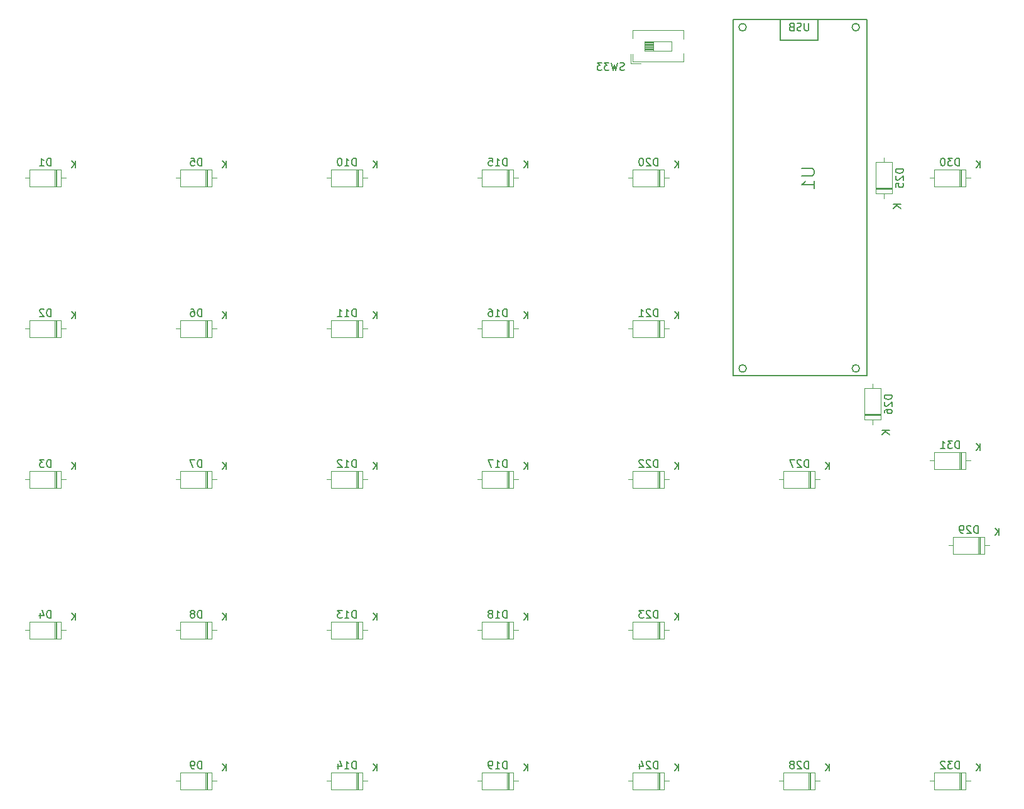
<source format=gbo>
G04 #@! TF.GenerationSoftware,KiCad,Pcbnew,(5.1.0)-1*
G04 #@! TF.CreationDate,2019-04-07T23:14:06+02:00*
G04 #@! TF.ProjectId,ModuleB,4d6f6475-6c65-4422-9e6b-696361645f70,v01*
G04 #@! TF.SameCoordinates,Original*
G04 #@! TF.FileFunction,Legend,Bot*
G04 #@! TF.FilePolarity,Positive*
%FSLAX46Y46*%
G04 Gerber Fmt 4.6, Leading zero omitted, Abs format (unit mm)*
G04 Created by KiCad (PCBNEW (5.1.0)-1) date 2019-04-07 23:14:06*
%MOMM*%
%LPD*%
G04 APERTURE LIST*
%ADD10C,0.120000*%
%ADD11C,0.150000*%
G04 APERTURE END LIST*
D10*
X113696667Y-28575000D02*
X113696667Y-27305000D01*
X112490000Y-27375000D02*
X113696667Y-27375000D01*
X112490000Y-27495000D02*
X113696667Y-27495000D01*
X112490000Y-27615000D02*
X113696667Y-27615000D01*
X112490000Y-27735000D02*
X113696667Y-27735000D01*
X112490000Y-27855000D02*
X113696667Y-27855000D01*
X112490000Y-27975000D02*
X113696667Y-27975000D01*
X112490000Y-28095000D02*
X113696667Y-28095000D01*
X112490000Y-28215000D02*
X113696667Y-28215000D01*
X112490000Y-28335000D02*
X113696667Y-28335000D01*
X112490000Y-28455000D02*
X113696667Y-28455000D01*
X116110000Y-28575000D02*
X112490000Y-28575000D01*
X116110000Y-27305000D02*
X116110000Y-28575000D01*
X112490000Y-27305000D02*
X116110000Y-27305000D01*
X112490000Y-28575000D02*
X112490000Y-27305000D01*
X110650000Y-30290000D02*
X110650000Y-28980000D01*
X110650000Y-30290000D02*
X112033000Y-30290000D01*
X117711000Y-26950000D02*
X117711000Y-25830000D01*
X117711000Y-30050000D02*
X117711000Y-28930000D01*
X110890000Y-26900000D02*
X110890000Y-25830000D01*
X110890000Y-30050000D02*
X110890000Y-28980000D01*
X110890000Y-25830000D02*
X117711000Y-25830000D01*
X110890000Y-30050000D02*
X117711000Y-30050000D01*
X33870000Y-44600000D02*
X33870000Y-46840000D01*
X33870000Y-46840000D02*
X29630000Y-46840000D01*
X29630000Y-46840000D02*
X29630000Y-44600000D01*
X29630000Y-44600000D02*
X33870000Y-44600000D01*
X34520000Y-45720000D02*
X33870000Y-45720000D01*
X28980000Y-45720000D02*
X29630000Y-45720000D01*
X33150000Y-44600000D02*
X33150000Y-46840000D01*
X33030000Y-44600000D02*
X33030000Y-46840000D01*
X33270000Y-44600000D02*
X33270000Y-46840000D01*
X33270000Y-64920000D02*
X33270000Y-67160000D01*
X33030000Y-64920000D02*
X33030000Y-67160000D01*
X33150000Y-64920000D02*
X33150000Y-67160000D01*
X28980000Y-66040000D02*
X29630000Y-66040000D01*
X34520000Y-66040000D02*
X33870000Y-66040000D01*
X29630000Y-64920000D02*
X33870000Y-64920000D01*
X29630000Y-67160000D02*
X29630000Y-64920000D01*
X33870000Y-67160000D02*
X29630000Y-67160000D01*
X33870000Y-64920000D02*
X33870000Y-67160000D01*
X33870000Y-85240000D02*
X33870000Y-87480000D01*
X33870000Y-87480000D02*
X29630000Y-87480000D01*
X29630000Y-87480000D02*
X29630000Y-85240000D01*
X29630000Y-85240000D02*
X33870000Y-85240000D01*
X34520000Y-86360000D02*
X33870000Y-86360000D01*
X28980000Y-86360000D02*
X29630000Y-86360000D01*
X33150000Y-85240000D02*
X33150000Y-87480000D01*
X33030000Y-85240000D02*
X33030000Y-87480000D01*
X33270000Y-85240000D02*
X33270000Y-87480000D01*
X33870000Y-105560000D02*
X33870000Y-107800000D01*
X33870000Y-107800000D02*
X29630000Y-107800000D01*
X29630000Y-107800000D02*
X29630000Y-105560000D01*
X29630000Y-105560000D02*
X33870000Y-105560000D01*
X34520000Y-106680000D02*
X33870000Y-106680000D01*
X28980000Y-106680000D02*
X29630000Y-106680000D01*
X33150000Y-105560000D02*
X33150000Y-107800000D01*
X33030000Y-105560000D02*
X33030000Y-107800000D01*
X33270000Y-105560000D02*
X33270000Y-107800000D01*
X53590000Y-44600000D02*
X53590000Y-46840000D01*
X53350000Y-44600000D02*
X53350000Y-46840000D01*
X53470000Y-44600000D02*
X53470000Y-46840000D01*
X49300000Y-45720000D02*
X49950000Y-45720000D01*
X54840000Y-45720000D02*
X54190000Y-45720000D01*
X49950000Y-44600000D02*
X54190000Y-44600000D01*
X49950000Y-46840000D02*
X49950000Y-44600000D01*
X54190000Y-46840000D02*
X49950000Y-46840000D01*
X54190000Y-44600000D02*
X54190000Y-46840000D01*
X54190000Y-64920000D02*
X54190000Y-67160000D01*
X54190000Y-67160000D02*
X49950000Y-67160000D01*
X49950000Y-67160000D02*
X49950000Y-64920000D01*
X49950000Y-64920000D02*
X54190000Y-64920000D01*
X54840000Y-66040000D02*
X54190000Y-66040000D01*
X49300000Y-66040000D02*
X49950000Y-66040000D01*
X53470000Y-64920000D02*
X53470000Y-67160000D01*
X53350000Y-64920000D02*
X53350000Y-67160000D01*
X53590000Y-64920000D02*
X53590000Y-67160000D01*
X53590000Y-85240000D02*
X53590000Y-87480000D01*
X53350000Y-85240000D02*
X53350000Y-87480000D01*
X53470000Y-85240000D02*
X53470000Y-87480000D01*
X49300000Y-86360000D02*
X49950000Y-86360000D01*
X54840000Y-86360000D02*
X54190000Y-86360000D01*
X49950000Y-85240000D02*
X54190000Y-85240000D01*
X49950000Y-87480000D02*
X49950000Y-85240000D01*
X54190000Y-87480000D02*
X49950000Y-87480000D01*
X54190000Y-85240000D02*
X54190000Y-87480000D01*
X54190000Y-105560000D02*
X54190000Y-107800000D01*
X54190000Y-107800000D02*
X49950000Y-107800000D01*
X49950000Y-107800000D02*
X49950000Y-105560000D01*
X49950000Y-105560000D02*
X54190000Y-105560000D01*
X54840000Y-106680000D02*
X54190000Y-106680000D01*
X49300000Y-106680000D02*
X49950000Y-106680000D01*
X53470000Y-105560000D02*
X53470000Y-107800000D01*
X53350000Y-105560000D02*
X53350000Y-107800000D01*
X53590000Y-105560000D02*
X53590000Y-107800000D01*
X53590000Y-125880000D02*
X53590000Y-128120000D01*
X53350000Y-125880000D02*
X53350000Y-128120000D01*
X53470000Y-125880000D02*
X53470000Y-128120000D01*
X49300000Y-127000000D02*
X49950000Y-127000000D01*
X54840000Y-127000000D02*
X54190000Y-127000000D01*
X49950000Y-125880000D02*
X54190000Y-125880000D01*
X49950000Y-128120000D02*
X49950000Y-125880000D01*
X54190000Y-128120000D02*
X49950000Y-128120000D01*
X54190000Y-125880000D02*
X54190000Y-128120000D01*
X73910000Y-44600000D02*
X73910000Y-46840000D01*
X73670000Y-44600000D02*
X73670000Y-46840000D01*
X73790000Y-44600000D02*
X73790000Y-46840000D01*
X69620000Y-45720000D02*
X70270000Y-45720000D01*
X75160000Y-45720000D02*
X74510000Y-45720000D01*
X70270000Y-44600000D02*
X74510000Y-44600000D01*
X70270000Y-46840000D02*
X70270000Y-44600000D01*
X74510000Y-46840000D02*
X70270000Y-46840000D01*
X74510000Y-44600000D02*
X74510000Y-46840000D01*
X74510000Y-64920000D02*
X74510000Y-67160000D01*
X74510000Y-67160000D02*
X70270000Y-67160000D01*
X70270000Y-67160000D02*
X70270000Y-64920000D01*
X70270000Y-64920000D02*
X74510000Y-64920000D01*
X75160000Y-66040000D02*
X74510000Y-66040000D01*
X69620000Y-66040000D02*
X70270000Y-66040000D01*
X73790000Y-64920000D02*
X73790000Y-67160000D01*
X73670000Y-64920000D02*
X73670000Y-67160000D01*
X73910000Y-64920000D02*
X73910000Y-67160000D01*
X73910000Y-85240000D02*
X73910000Y-87480000D01*
X73670000Y-85240000D02*
X73670000Y-87480000D01*
X73790000Y-85240000D02*
X73790000Y-87480000D01*
X69620000Y-86360000D02*
X70270000Y-86360000D01*
X75160000Y-86360000D02*
X74510000Y-86360000D01*
X70270000Y-85240000D02*
X74510000Y-85240000D01*
X70270000Y-87480000D02*
X70270000Y-85240000D01*
X74510000Y-87480000D02*
X70270000Y-87480000D01*
X74510000Y-85240000D02*
X74510000Y-87480000D01*
X73910000Y-105560000D02*
X73910000Y-107800000D01*
X73670000Y-105560000D02*
X73670000Y-107800000D01*
X73790000Y-105560000D02*
X73790000Y-107800000D01*
X69620000Y-106680000D02*
X70270000Y-106680000D01*
X75160000Y-106680000D02*
X74510000Y-106680000D01*
X70270000Y-105560000D02*
X74510000Y-105560000D01*
X70270000Y-107800000D02*
X70270000Y-105560000D01*
X74510000Y-107800000D02*
X70270000Y-107800000D01*
X74510000Y-105560000D02*
X74510000Y-107800000D01*
X74510000Y-125880000D02*
X74510000Y-128120000D01*
X74510000Y-128120000D02*
X70270000Y-128120000D01*
X70270000Y-128120000D02*
X70270000Y-125880000D01*
X70270000Y-125880000D02*
X74510000Y-125880000D01*
X75160000Y-127000000D02*
X74510000Y-127000000D01*
X69620000Y-127000000D02*
X70270000Y-127000000D01*
X73790000Y-125880000D02*
X73790000Y-128120000D01*
X73670000Y-125880000D02*
X73670000Y-128120000D01*
X73910000Y-125880000D02*
X73910000Y-128120000D01*
X94830000Y-44600000D02*
X94830000Y-46840000D01*
X94830000Y-46840000D02*
X90590000Y-46840000D01*
X90590000Y-46840000D02*
X90590000Y-44600000D01*
X90590000Y-44600000D02*
X94830000Y-44600000D01*
X95480000Y-45720000D02*
X94830000Y-45720000D01*
X89940000Y-45720000D02*
X90590000Y-45720000D01*
X94110000Y-44600000D02*
X94110000Y-46840000D01*
X93990000Y-44600000D02*
X93990000Y-46840000D01*
X94230000Y-44600000D02*
X94230000Y-46840000D01*
X94830000Y-64920000D02*
X94830000Y-67160000D01*
X94830000Y-67160000D02*
X90590000Y-67160000D01*
X90590000Y-67160000D02*
X90590000Y-64920000D01*
X90590000Y-64920000D02*
X94830000Y-64920000D01*
X95480000Y-66040000D02*
X94830000Y-66040000D01*
X89940000Y-66040000D02*
X90590000Y-66040000D01*
X94110000Y-64920000D02*
X94110000Y-67160000D01*
X93990000Y-64920000D02*
X93990000Y-67160000D01*
X94230000Y-64920000D02*
X94230000Y-67160000D01*
X94230000Y-85240000D02*
X94230000Y-87480000D01*
X93990000Y-85240000D02*
X93990000Y-87480000D01*
X94110000Y-85240000D02*
X94110000Y-87480000D01*
X89940000Y-86360000D02*
X90590000Y-86360000D01*
X95480000Y-86360000D02*
X94830000Y-86360000D01*
X90590000Y-85240000D02*
X94830000Y-85240000D01*
X90590000Y-87480000D02*
X90590000Y-85240000D01*
X94830000Y-87480000D02*
X90590000Y-87480000D01*
X94830000Y-85240000D02*
X94830000Y-87480000D01*
X94830000Y-105560000D02*
X94830000Y-107800000D01*
X94830000Y-107800000D02*
X90590000Y-107800000D01*
X90590000Y-107800000D02*
X90590000Y-105560000D01*
X90590000Y-105560000D02*
X94830000Y-105560000D01*
X95480000Y-106680000D02*
X94830000Y-106680000D01*
X89940000Y-106680000D02*
X90590000Y-106680000D01*
X94110000Y-105560000D02*
X94110000Y-107800000D01*
X93990000Y-105560000D02*
X93990000Y-107800000D01*
X94230000Y-105560000D02*
X94230000Y-107800000D01*
X94230000Y-125880000D02*
X94230000Y-128120000D01*
X93990000Y-125880000D02*
X93990000Y-128120000D01*
X94110000Y-125880000D02*
X94110000Y-128120000D01*
X89940000Y-127000000D02*
X90590000Y-127000000D01*
X95480000Y-127000000D02*
X94830000Y-127000000D01*
X90590000Y-125880000D02*
X94830000Y-125880000D01*
X90590000Y-128120000D02*
X90590000Y-125880000D01*
X94830000Y-128120000D02*
X90590000Y-128120000D01*
X94830000Y-125880000D02*
X94830000Y-128120000D01*
X114550000Y-44600000D02*
X114550000Y-46840000D01*
X114310000Y-44600000D02*
X114310000Y-46840000D01*
X114430000Y-44600000D02*
X114430000Y-46840000D01*
X110260000Y-45720000D02*
X110910000Y-45720000D01*
X115800000Y-45720000D02*
X115150000Y-45720000D01*
X110910000Y-44600000D02*
X115150000Y-44600000D01*
X110910000Y-46840000D02*
X110910000Y-44600000D01*
X115150000Y-46840000D02*
X110910000Y-46840000D01*
X115150000Y-44600000D02*
X115150000Y-46840000D01*
X114550000Y-64920000D02*
X114550000Y-67160000D01*
X114310000Y-64920000D02*
X114310000Y-67160000D01*
X114430000Y-64920000D02*
X114430000Y-67160000D01*
X110260000Y-66040000D02*
X110910000Y-66040000D01*
X115800000Y-66040000D02*
X115150000Y-66040000D01*
X110910000Y-64920000D02*
X115150000Y-64920000D01*
X110910000Y-67160000D02*
X110910000Y-64920000D01*
X115150000Y-67160000D02*
X110910000Y-67160000D01*
X115150000Y-64920000D02*
X115150000Y-67160000D01*
X115150000Y-85240000D02*
X115150000Y-87480000D01*
X115150000Y-87480000D02*
X110910000Y-87480000D01*
X110910000Y-87480000D02*
X110910000Y-85240000D01*
X110910000Y-85240000D02*
X115150000Y-85240000D01*
X115800000Y-86360000D02*
X115150000Y-86360000D01*
X110260000Y-86360000D02*
X110910000Y-86360000D01*
X114430000Y-85240000D02*
X114430000Y-87480000D01*
X114310000Y-85240000D02*
X114310000Y-87480000D01*
X114550000Y-85240000D02*
X114550000Y-87480000D01*
X114550000Y-105560000D02*
X114550000Y-107800000D01*
X114310000Y-105560000D02*
X114310000Y-107800000D01*
X114430000Y-105560000D02*
X114430000Y-107800000D01*
X110260000Y-106680000D02*
X110910000Y-106680000D01*
X115800000Y-106680000D02*
X115150000Y-106680000D01*
X110910000Y-105560000D02*
X115150000Y-105560000D01*
X110910000Y-107800000D02*
X110910000Y-105560000D01*
X115150000Y-107800000D02*
X110910000Y-107800000D01*
X115150000Y-105560000D02*
X115150000Y-107800000D01*
X115150000Y-125880000D02*
X115150000Y-128120000D01*
X115150000Y-128120000D02*
X110910000Y-128120000D01*
X110910000Y-128120000D02*
X110910000Y-125880000D01*
X110910000Y-125880000D02*
X115150000Y-125880000D01*
X115800000Y-127000000D02*
X115150000Y-127000000D01*
X110260000Y-127000000D02*
X110910000Y-127000000D01*
X114430000Y-125880000D02*
X114430000Y-128120000D01*
X114310000Y-125880000D02*
X114310000Y-128120000D01*
X114550000Y-125880000D02*
X114550000Y-128120000D01*
X145900000Y-47840000D02*
X143660000Y-47840000D01*
X143660000Y-47840000D02*
X143660000Y-43600000D01*
X143660000Y-43600000D02*
X145900000Y-43600000D01*
X145900000Y-43600000D02*
X145900000Y-47840000D01*
X144780000Y-48490000D02*
X144780000Y-47840000D01*
X144780000Y-42950000D02*
X144780000Y-43600000D01*
X145900000Y-47120000D02*
X143660000Y-47120000D01*
X145900000Y-47000000D02*
X143660000Y-47000000D01*
X145900000Y-47240000D02*
X143660000Y-47240000D01*
X144376000Y-77720000D02*
X142136000Y-77720000D01*
X144376000Y-77480000D02*
X142136000Y-77480000D01*
X144376000Y-77600000D02*
X142136000Y-77600000D01*
X143256000Y-73430000D02*
X143256000Y-74080000D01*
X143256000Y-78970000D02*
X143256000Y-78320000D01*
X144376000Y-74080000D02*
X144376000Y-78320000D01*
X142136000Y-74080000D02*
X144376000Y-74080000D01*
X142136000Y-78320000D02*
X142136000Y-74080000D01*
X144376000Y-78320000D02*
X142136000Y-78320000D01*
X135470000Y-85240000D02*
X135470000Y-87480000D01*
X135470000Y-87480000D02*
X131230000Y-87480000D01*
X131230000Y-87480000D02*
X131230000Y-85240000D01*
X131230000Y-85240000D02*
X135470000Y-85240000D01*
X136120000Y-86360000D02*
X135470000Y-86360000D01*
X130580000Y-86360000D02*
X131230000Y-86360000D01*
X134750000Y-85240000D02*
X134750000Y-87480000D01*
X134630000Y-85240000D02*
X134630000Y-87480000D01*
X134870000Y-85240000D02*
X134870000Y-87480000D01*
X134870000Y-125880000D02*
X134870000Y-128120000D01*
X134630000Y-125880000D02*
X134630000Y-128120000D01*
X134750000Y-125880000D02*
X134750000Y-128120000D01*
X130580000Y-127000000D02*
X131230000Y-127000000D01*
X136120000Y-127000000D02*
X135470000Y-127000000D01*
X131230000Y-125880000D02*
X135470000Y-125880000D01*
X131230000Y-128120000D02*
X131230000Y-125880000D01*
X135470000Y-128120000D02*
X131230000Y-128120000D01*
X135470000Y-125880000D02*
X135470000Y-128120000D01*
X157730000Y-94130000D02*
X157730000Y-96370000D01*
X157490000Y-94130000D02*
X157490000Y-96370000D01*
X157610000Y-94130000D02*
X157610000Y-96370000D01*
X153440000Y-95250000D02*
X154090000Y-95250000D01*
X158980000Y-95250000D02*
X158330000Y-95250000D01*
X154090000Y-94130000D02*
X158330000Y-94130000D01*
X154090000Y-96370000D02*
X154090000Y-94130000D01*
X158330000Y-96370000D02*
X154090000Y-96370000D01*
X158330000Y-94130000D02*
X158330000Y-96370000D01*
X155790000Y-44600000D02*
X155790000Y-46840000D01*
X155790000Y-46840000D02*
X151550000Y-46840000D01*
X151550000Y-46840000D02*
X151550000Y-44600000D01*
X151550000Y-44600000D02*
X155790000Y-44600000D01*
X156440000Y-45720000D02*
X155790000Y-45720000D01*
X150900000Y-45720000D02*
X151550000Y-45720000D01*
X155070000Y-44600000D02*
X155070000Y-46840000D01*
X154950000Y-44600000D02*
X154950000Y-46840000D01*
X155190000Y-44600000D02*
X155190000Y-46840000D01*
X155190000Y-82700000D02*
X155190000Y-84940000D01*
X154950000Y-82700000D02*
X154950000Y-84940000D01*
X155070000Y-82700000D02*
X155070000Y-84940000D01*
X150900000Y-83820000D02*
X151550000Y-83820000D01*
X156440000Y-83820000D02*
X155790000Y-83820000D01*
X151550000Y-82700000D02*
X155790000Y-82700000D01*
X151550000Y-84940000D02*
X151550000Y-82700000D01*
X155790000Y-84940000D02*
X151550000Y-84940000D01*
X155790000Y-82700000D02*
X155790000Y-84940000D01*
X155790000Y-125880000D02*
X155790000Y-128120000D01*
X155790000Y-128120000D02*
X151550000Y-128120000D01*
X151550000Y-128120000D02*
X151550000Y-125880000D01*
X151550000Y-125880000D02*
X155790000Y-125880000D01*
X156440000Y-127000000D02*
X155790000Y-127000000D01*
X150900000Y-127000000D02*
X151550000Y-127000000D01*
X155070000Y-125880000D02*
X155070000Y-128120000D01*
X154950000Y-125880000D02*
X154950000Y-128120000D01*
X155190000Y-125880000D02*
X155190000Y-128120000D01*
D11*
X126214000Y-71390000D02*
G75*
G03X126214000Y-71390000I-500000J0D01*
G01*
X141470000Y-71390000D02*
G75*
G03X141470000Y-71390000I-500000J0D01*
G01*
X126214000Y-25390000D02*
G75*
G03X126214000Y-25390000I-500000J0D01*
G01*
X141470000Y-25390000D02*
G75*
G03X141470000Y-25390000I-500000J0D01*
G01*
X142460000Y-72390000D02*
X142460000Y-24390000D01*
X142460000Y-24390000D02*
X124460000Y-24390000D01*
X124460000Y-24390000D02*
X124460000Y-72390000D01*
X124460000Y-72390000D02*
X142460000Y-72390000D01*
X130810000Y-24384000D02*
X130810000Y-27178000D01*
X130810000Y-27178000D02*
X135890000Y-27178000D01*
X135890000Y-27178000D02*
X135890000Y-24384000D01*
X109759523Y-31138761D02*
X109616666Y-31186380D01*
X109378571Y-31186380D01*
X109283333Y-31138761D01*
X109235714Y-31091142D01*
X109188095Y-30995904D01*
X109188095Y-30900666D01*
X109235714Y-30805428D01*
X109283333Y-30757809D01*
X109378571Y-30710190D01*
X109569047Y-30662571D01*
X109664285Y-30614952D01*
X109711904Y-30567333D01*
X109759523Y-30472095D01*
X109759523Y-30376857D01*
X109711904Y-30281619D01*
X109664285Y-30234000D01*
X109569047Y-30186380D01*
X109330952Y-30186380D01*
X109188095Y-30234000D01*
X108854761Y-30186380D02*
X108616666Y-31186380D01*
X108426190Y-30472095D01*
X108235714Y-31186380D01*
X107997619Y-30186380D01*
X107711904Y-30186380D02*
X107092857Y-30186380D01*
X107426190Y-30567333D01*
X107283333Y-30567333D01*
X107188095Y-30614952D01*
X107140476Y-30662571D01*
X107092857Y-30757809D01*
X107092857Y-30995904D01*
X107140476Y-31091142D01*
X107188095Y-31138761D01*
X107283333Y-31186380D01*
X107569047Y-31186380D01*
X107664285Y-31138761D01*
X107711904Y-31091142D01*
X106759523Y-30186380D02*
X106140476Y-30186380D01*
X106473809Y-30567333D01*
X106330952Y-30567333D01*
X106235714Y-30614952D01*
X106188095Y-30662571D01*
X106140476Y-30757809D01*
X106140476Y-30995904D01*
X106188095Y-31091142D01*
X106235714Y-31138761D01*
X106330952Y-31186380D01*
X106616666Y-31186380D01*
X106711904Y-31138761D01*
X106759523Y-31091142D01*
X32488095Y-44052380D02*
X32488095Y-43052380D01*
X32250000Y-43052380D01*
X32107142Y-43100000D01*
X32011904Y-43195238D01*
X31964285Y-43290476D01*
X31916666Y-43480952D01*
X31916666Y-43623809D01*
X31964285Y-43814285D01*
X32011904Y-43909523D01*
X32107142Y-44004761D01*
X32250000Y-44052380D01*
X32488095Y-44052380D01*
X30964285Y-44052380D02*
X31535714Y-44052380D01*
X31250000Y-44052380D02*
X31250000Y-43052380D01*
X31345238Y-43195238D01*
X31440476Y-43290476D01*
X31535714Y-43338095D01*
X35821904Y-44372380D02*
X35821904Y-43372380D01*
X35250476Y-44372380D02*
X35679047Y-43800952D01*
X35250476Y-43372380D02*
X35821904Y-43943809D01*
X32488095Y-64372380D02*
X32488095Y-63372380D01*
X32250000Y-63372380D01*
X32107142Y-63420000D01*
X32011904Y-63515238D01*
X31964285Y-63610476D01*
X31916666Y-63800952D01*
X31916666Y-63943809D01*
X31964285Y-64134285D01*
X32011904Y-64229523D01*
X32107142Y-64324761D01*
X32250000Y-64372380D01*
X32488095Y-64372380D01*
X31535714Y-63467619D02*
X31488095Y-63420000D01*
X31392857Y-63372380D01*
X31154761Y-63372380D01*
X31059523Y-63420000D01*
X31011904Y-63467619D01*
X30964285Y-63562857D01*
X30964285Y-63658095D01*
X31011904Y-63800952D01*
X31583333Y-64372380D01*
X30964285Y-64372380D01*
X35821904Y-64692380D02*
X35821904Y-63692380D01*
X35250476Y-64692380D02*
X35679047Y-64120952D01*
X35250476Y-63692380D02*
X35821904Y-64263809D01*
X32488095Y-84692380D02*
X32488095Y-83692380D01*
X32250000Y-83692380D01*
X32107142Y-83740000D01*
X32011904Y-83835238D01*
X31964285Y-83930476D01*
X31916666Y-84120952D01*
X31916666Y-84263809D01*
X31964285Y-84454285D01*
X32011904Y-84549523D01*
X32107142Y-84644761D01*
X32250000Y-84692380D01*
X32488095Y-84692380D01*
X31583333Y-83692380D02*
X30964285Y-83692380D01*
X31297619Y-84073333D01*
X31154761Y-84073333D01*
X31059523Y-84120952D01*
X31011904Y-84168571D01*
X30964285Y-84263809D01*
X30964285Y-84501904D01*
X31011904Y-84597142D01*
X31059523Y-84644761D01*
X31154761Y-84692380D01*
X31440476Y-84692380D01*
X31535714Y-84644761D01*
X31583333Y-84597142D01*
X35821904Y-85012380D02*
X35821904Y-84012380D01*
X35250476Y-85012380D02*
X35679047Y-84440952D01*
X35250476Y-84012380D02*
X35821904Y-84583809D01*
X32488095Y-105012380D02*
X32488095Y-104012380D01*
X32250000Y-104012380D01*
X32107142Y-104060000D01*
X32011904Y-104155238D01*
X31964285Y-104250476D01*
X31916666Y-104440952D01*
X31916666Y-104583809D01*
X31964285Y-104774285D01*
X32011904Y-104869523D01*
X32107142Y-104964761D01*
X32250000Y-105012380D01*
X32488095Y-105012380D01*
X31059523Y-104345714D02*
X31059523Y-105012380D01*
X31297619Y-103964761D02*
X31535714Y-104679047D01*
X30916666Y-104679047D01*
X35821904Y-105332380D02*
X35821904Y-104332380D01*
X35250476Y-105332380D02*
X35679047Y-104760952D01*
X35250476Y-104332380D02*
X35821904Y-104903809D01*
X52808095Y-44052380D02*
X52808095Y-43052380D01*
X52570000Y-43052380D01*
X52427142Y-43100000D01*
X52331904Y-43195238D01*
X52284285Y-43290476D01*
X52236666Y-43480952D01*
X52236666Y-43623809D01*
X52284285Y-43814285D01*
X52331904Y-43909523D01*
X52427142Y-44004761D01*
X52570000Y-44052380D01*
X52808095Y-44052380D01*
X51331904Y-43052380D02*
X51808095Y-43052380D01*
X51855714Y-43528571D01*
X51808095Y-43480952D01*
X51712857Y-43433333D01*
X51474761Y-43433333D01*
X51379523Y-43480952D01*
X51331904Y-43528571D01*
X51284285Y-43623809D01*
X51284285Y-43861904D01*
X51331904Y-43957142D01*
X51379523Y-44004761D01*
X51474761Y-44052380D01*
X51712857Y-44052380D01*
X51808095Y-44004761D01*
X51855714Y-43957142D01*
X56141904Y-44372380D02*
X56141904Y-43372380D01*
X55570476Y-44372380D02*
X55999047Y-43800952D01*
X55570476Y-43372380D02*
X56141904Y-43943809D01*
X52808095Y-64372380D02*
X52808095Y-63372380D01*
X52570000Y-63372380D01*
X52427142Y-63420000D01*
X52331904Y-63515238D01*
X52284285Y-63610476D01*
X52236666Y-63800952D01*
X52236666Y-63943809D01*
X52284285Y-64134285D01*
X52331904Y-64229523D01*
X52427142Y-64324761D01*
X52570000Y-64372380D01*
X52808095Y-64372380D01*
X51379523Y-63372380D02*
X51570000Y-63372380D01*
X51665238Y-63420000D01*
X51712857Y-63467619D01*
X51808095Y-63610476D01*
X51855714Y-63800952D01*
X51855714Y-64181904D01*
X51808095Y-64277142D01*
X51760476Y-64324761D01*
X51665238Y-64372380D01*
X51474761Y-64372380D01*
X51379523Y-64324761D01*
X51331904Y-64277142D01*
X51284285Y-64181904D01*
X51284285Y-63943809D01*
X51331904Y-63848571D01*
X51379523Y-63800952D01*
X51474761Y-63753333D01*
X51665238Y-63753333D01*
X51760476Y-63800952D01*
X51808095Y-63848571D01*
X51855714Y-63943809D01*
X56141904Y-64692380D02*
X56141904Y-63692380D01*
X55570476Y-64692380D02*
X55999047Y-64120952D01*
X55570476Y-63692380D02*
X56141904Y-64263809D01*
X52808095Y-84692380D02*
X52808095Y-83692380D01*
X52570000Y-83692380D01*
X52427142Y-83740000D01*
X52331904Y-83835238D01*
X52284285Y-83930476D01*
X52236666Y-84120952D01*
X52236666Y-84263809D01*
X52284285Y-84454285D01*
X52331904Y-84549523D01*
X52427142Y-84644761D01*
X52570000Y-84692380D01*
X52808095Y-84692380D01*
X51903333Y-83692380D02*
X51236666Y-83692380D01*
X51665238Y-84692380D01*
X56141904Y-85012380D02*
X56141904Y-84012380D01*
X55570476Y-85012380D02*
X55999047Y-84440952D01*
X55570476Y-84012380D02*
X56141904Y-84583809D01*
X52808095Y-105012380D02*
X52808095Y-104012380D01*
X52570000Y-104012380D01*
X52427142Y-104060000D01*
X52331904Y-104155238D01*
X52284285Y-104250476D01*
X52236666Y-104440952D01*
X52236666Y-104583809D01*
X52284285Y-104774285D01*
X52331904Y-104869523D01*
X52427142Y-104964761D01*
X52570000Y-105012380D01*
X52808095Y-105012380D01*
X51665238Y-104440952D02*
X51760476Y-104393333D01*
X51808095Y-104345714D01*
X51855714Y-104250476D01*
X51855714Y-104202857D01*
X51808095Y-104107619D01*
X51760476Y-104060000D01*
X51665238Y-104012380D01*
X51474761Y-104012380D01*
X51379523Y-104060000D01*
X51331904Y-104107619D01*
X51284285Y-104202857D01*
X51284285Y-104250476D01*
X51331904Y-104345714D01*
X51379523Y-104393333D01*
X51474761Y-104440952D01*
X51665238Y-104440952D01*
X51760476Y-104488571D01*
X51808095Y-104536190D01*
X51855714Y-104631428D01*
X51855714Y-104821904D01*
X51808095Y-104917142D01*
X51760476Y-104964761D01*
X51665238Y-105012380D01*
X51474761Y-105012380D01*
X51379523Y-104964761D01*
X51331904Y-104917142D01*
X51284285Y-104821904D01*
X51284285Y-104631428D01*
X51331904Y-104536190D01*
X51379523Y-104488571D01*
X51474761Y-104440952D01*
X56141904Y-105332380D02*
X56141904Y-104332380D01*
X55570476Y-105332380D02*
X55999047Y-104760952D01*
X55570476Y-104332380D02*
X56141904Y-104903809D01*
X52808095Y-125332380D02*
X52808095Y-124332380D01*
X52570000Y-124332380D01*
X52427142Y-124380000D01*
X52331904Y-124475238D01*
X52284285Y-124570476D01*
X52236666Y-124760952D01*
X52236666Y-124903809D01*
X52284285Y-125094285D01*
X52331904Y-125189523D01*
X52427142Y-125284761D01*
X52570000Y-125332380D01*
X52808095Y-125332380D01*
X51760476Y-125332380D02*
X51570000Y-125332380D01*
X51474761Y-125284761D01*
X51427142Y-125237142D01*
X51331904Y-125094285D01*
X51284285Y-124903809D01*
X51284285Y-124522857D01*
X51331904Y-124427619D01*
X51379523Y-124380000D01*
X51474761Y-124332380D01*
X51665238Y-124332380D01*
X51760476Y-124380000D01*
X51808095Y-124427619D01*
X51855714Y-124522857D01*
X51855714Y-124760952D01*
X51808095Y-124856190D01*
X51760476Y-124903809D01*
X51665238Y-124951428D01*
X51474761Y-124951428D01*
X51379523Y-124903809D01*
X51331904Y-124856190D01*
X51284285Y-124760952D01*
X56141904Y-125652380D02*
X56141904Y-124652380D01*
X55570476Y-125652380D02*
X55999047Y-125080952D01*
X55570476Y-124652380D02*
X56141904Y-125223809D01*
X73604285Y-44052380D02*
X73604285Y-43052380D01*
X73366190Y-43052380D01*
X73223333Y-43100000D01*
X73128095Y-43195238D01*
X73080476Y-43290476D01*
X73032857Y-43480952D01*
X73032857Y-43623809D01*
X73080476Y-43814285D01*
X73128095Y-43909523D01*
X73223333Y-44004761D01*
X73366190Y-44052380D01*
X73604285Y-44052380D01*
X72080476Y-44052380D02*
X72651904Y-44052380D01*
X72366190Y-44052380D02*
X72366190Y-43052380D01*
X72461428Y-43195238D01*
X72556666Y-43290476D01*
X72651904Y-43338095D01*
X71461428Y-43052380D02*
X71366190Y-43052380D01*
X71270952Y-43100000D01*
X71223333Y-43147619D01*
X71175714Y-43242857D01*
X71128095Y-43433333D01*
X71128095Y-43671428D01*
X71175714Y-43861904D01*
X71223333Y-43957142D01*
X71270952Y-44004761D01*
X71366190Y-44052380D01*
X71461428Y-44052380D01*
X71556666Y-44004761D01*
X71604285Y-43957142D01*
X71651904Y-43861904D01*
X71699523Y-43671428D01*
X71699523Y-43433333D01*
X71651904Y-43242857D01*
X71604285Y-43147619D01*
X71556666Y-43100000D01*
X71461428Y-43052380D01*
X76461904Y-44372380D02*
X76461904Y-43372380D01*
X75890476Y-44372380D02*
X76319047Y-43800952D01*
X75890476Y-43372380D02*
X76461904Y-43943809D01*
X73604285Y-64372380D02*
X73604285Y-63372380D01*
X73366190Y-63372380D01*
X73223333Y-63420000D01*
X73128095Y-63515238D01*
X73080476Y-63610476D01*
X73032857Y-63800952D01*
X73032857Y-63943809D01*
X73080476Y-64134285D01*
X73128095Y-64229523D01*
X73223333Y-64324761D01*
X73366190Y-64372380D01*
X73604285Y-64372380D01*
X72080476Y-64372380D02*
X72651904Y-64372380D01*
X72366190Y-64372380D02*
X72366190Y-63372380D01*
X72461428Y-63515238D01*
X72556666Y-63610476D01*
X72651904Y-63658095D01*
X71128095Y-64372380D02*
X71699523Y-64372380D01*
X71413809Y-64372380D02*
X71413809Y-63372380D01*
X71509047Y-63515238D01*
X71604285Y-63610476D01*
X71699523Y-63658095D01*
X76461904Y-64692380D02*
X76461904Y-63692380D01*
X75890476Y-64692380D02*
X76319047Y-64120952D01*
X75890476Y-63692380D02*
X76461904Y-64263809D01*
X73604285Y-84692380D02*
X73604285Y-83692380D01*
X73366190Y-83692380D01*
X73223333Y-83740000D01*
X73128095Y-83835238D01*
X73080476Y-83930476D01*
X73032857Y-84120952D01*
X73032857Y-84263809D01*
X73080476Y-84454285D01*
X73128095Y-84549523D01*
X73223333Y-84644761D01*
X73366190Y-84692380D01*
X73604285Y-84692380D01*
X72080476Y-84692380D02*
X72651904Y-84692380D01*
X72366190Y-84692380D02*
X72366190Y-83692380D01*
X72461428Y-83835238D01*
X72556666Y-83930476D01*
X72651904Y-83978095D01*
X71699523Y-83787619D02*
X71651904Y-83740000D01*
X71556666Y-83692380D01*
X71318571Y-83692380D01*
X71223333Y-83740000D01*
X71175714Y-83787619D01*
X71128095Y-83882857D01*
X71128095Y-83978095D01*
X71175714Y-84120952D01*
X71747142Y-84692380D01*
X71128095Y-84692380D01*
X76461904Y-85012380D02*
X76461904Y-84012380D01*
X75890476Y-85012380D02*
X76319047Y-84440952D01*
X75890476Y-84012380D02*
X76461904Y-84583809D01*
X73604285Y-105012380D02*
X73604285Y-104012380D01*
X73366190Y-104012380D01*
X73223333Y-104060000D01*
X73128095Y-104155238D01*
X73080476Y-104250476D01*
X73032857Y-104440952D01*
X73032857Y-104583809D01*
X73080476Y-104774285D01*
X73128095Y-104869523D01*
X73223333Y-104964761D01*
X73366190Y-105012380D01*
X73604285Y-105012380D01*
X72080476Y-105012380D02*
X72651904Y-105012380D01*
X72366190Y-105012380D02*
X72366190Y-104012380D01*
X72461428Y-104155238D01*
X72556666Y-104250476D01*
X72651904Y-104298095D01*
X71747142Y-104012380D02*
X71128095Y-104012380D01*
X71461428Y-104393333D01*
X71318571Y-104393333D01*
X71223333Y-104440952D01*
X71175714Y-104488571D01*
X71128095Y-104583809D01*
X71128095Y-104821904D01*
X71175714Y-104917142D01*
X71223333Y-104964761D01*
X71318571Y-105012380D01*
X71604285Y-105012380D01*
X71699523Y-104964761D01*
X71747142Y-104917142D01*
X76461904Y-105332380D02*
X76461904Y-104332380D01*
X75890476Y-105332380D02*
X76319047Y-104760952D01*
X75890476Y-104332380D02*
X76461904Y-104903809D01*
X73604285Y-125332380D02*
X73604285Y-124332380D01*
X73366190Y-124332380D01*
X73223333Y-124380000D01*
X73128095Y-124475238D01*
X73080476Y-124570476D01*
X73032857Y-124760952D01*
X73032857Y-124903809D01*
X73080476Y-125094285D01*
X73128095Y-125189523D01*
X73223333Y-125284761D01*
X73366190Y-125332380D01*
X73604285Y-125332380D01*
X72080476Y-125332380D02*
X72651904Y-125332380D01*
X72366190Y-125332380D02*
X72366190Y-124332380D01*
X72461428Y-124475238D01*
X72556666Y-124570476D01*
X72651904Y-124618095D01*
X71223333Y-124665714D02*
X71223333Y-125332380D01*
X71461428Y-124284761D02*
X71699523Y-124999047D01*
X71080476Y-124999047D01*
X76461904Y-125652380D02*
X76461904Y-124652380D01*
X75890476Y-125652380D02*
X76319047Y-125080952D01*
X75890476Y-124652380D02*
X76461904Y-125223809D01*
X93924285Y-44052380D02*
X93924285Y-43052380D01*
X93686190Y-43052380D01*
X93543333Y-43100000D01*
X93448095Y-43195238D01*
X93400476Y-43290476D01*
X93352857Y-43480952D01*
X93352857Y-43623809D01*
X93400476Y-43814285D01*
X93448095Y-43909523D01*
X93543333Y-44004761D01*
X93686190Y-44052380D01*
X93924285Y-44052380D01*
X92400476Y-44052380D02*
X92971904Y-44052380D01*
X92686190Y-44052380D02*
X92686190Y-43052380D01*
X92781428Y-43195238D01*
X92876666Y-43290476D01*
X92971904Y-43338095D01*
X91495714Y-43052380D02*
X91971904Y-43052380D01*
X92019523Y-43528571D01*
X91971904Y-43480952D01*
X91876666Y-43433333D01*
X91638571Y-43433333D01*
X91543333Y-43480952D01*
X91495714Y-43528571D01*
X91448095Y-43623809D01*
X91448095Y-43861904D01*
X91495714Y-43957142D01*
X91543333Y-44004761D01*
X91638571Y-44052380D01*
X91876666Y-44052380D01*
X91971904Y-44004761D01*
X92019523Y-43957142D01*
X96781904Y-44372380D02*
X96781904Y-43372380D01*
X96210476Y-44372380D02*
X96639047Y-43800952D01*
X96210476Y-43372380D02*
X96781904Y-43943809D01*
X93924285Y-64372380D02*
X93924285Y-63372380D01*
X93686190Y-63372380D01*
X93543333Y-63420000D01*
X93448095Y-63515238D01*
X93400476Y-63610476D01*
X93352857Y-63800952D01*
X93352857Y-63943809D01*
X93400476Y-64134285D01*
X93448095Y-64229523D01*
X93543333Y-64324761D01*
X93686190Y-64372380D01*
X93924285Y-64372380D01*
X92400476Y-64372380D02*
X92971904Y-64372380D01*
X92686190Y-64372380D02*
X92686190Y-63372380D01*
X92781428Y-63515238D01*
X92876666Y-63610476D01*
X92971904Y-63658095D01*
X91543333Y-63372380D02*
X91733809Y-63372380D01*
X91829047Y-63420000D01*
X91876666Y-63467619D01*
X91971904Y-63610476D01*
X92019523Y-63800952D01*
X92019523Y-64181904D01*
X91971904Y-64277142D01*
X91924285Y-64324761D01*
X91829047Y-64372380D01*
X91638571Y-64372380D01*
X91543333Y-64324761D01*
X91495714Y-64277142D01*
X91448095Y-64181904D01*
X91448095Y-63943809D01*
X91495714Y-63848571D01*
X91543333Y-63800952D01*
X91638571Y-63753333D01*
X91829047Y-63753333D01*
X91924285Y-63800952D01*
X91971904Y-63848571D01*
X92019523Y-63943809D01*
X96781904Y-64692380D02*
X96781904Y-63692380D01*
X96210476Y-64692380D02*
X96639047Y-64120952D01*
X96210476Y-63692380D02*
X96781904Y-64263809D01*
X93924285Y-84692380D02*
X93924285Y-83692380D01*
X93686190Y-83692380D01*
X93543333Y-83740000D01*
X93448095Y-83835238D01*
X93400476Y-83930476D01*
X93352857Y-84120952D01*
X93352857Y-84263809D01*
X93400476Y-84454285D01*
X93448095Y-84549523D01*
X93543333Y-84644761D01*
X93686190Y-84692380D01*
X93924285Y-84692380D01*
X92400476Y-84692380D02*
X92971904Y-84692380D01*
X92686190Y-84692380D02*
X92686190Y-83692380D01*
X92781428Y-83835238D01*
X92876666Y-83930476D01*
X92971904Y-83978095D01*
X92067142Y-83692380D02*
X91400476Y-83692380D01*
X91829047Y-84692380D01*
X96781904Y-85012380D02*
X96781904Y-84012380D01*
X96210476Y-85012380D02*
X96639047Y-84440952D01*
X96210476Y-84012380D02*
X96781904Y-84583809D01*
X93924285Y-105012380D02*
X93924285Y-104012380D01*
X93686190Y-104012380D01*
X93543333Y-104060000D01*
X93448095Y-104155238D01*
X93400476Y-104250476D01*
X93352857Y-104440952D01*
X93352857Y-104583809D01*
X93400476Y-104774285D01*
X93448095Y-104869523D01*
X93543333Y-104964761D01*
X93686190Y-105012380D01*
X93924285Y-105012380D01*
X92400476Y-105012380D02*
X92971904Y-105012380D01*
X92686190Y-105012380D02*
X92686190Y-104012380D01*
X92781428Y-104155238D01*
X92876666Y-104250476D01*
X92971904Y-104298095D01*
X91829047Y-104440952D02*
X91924285Y-104393333D01*
X91971904Y-104345714D01*
X92019523Y-104250476D01*
X92019523Y-104202857D01*
X91971904Y-104107619D01*
X91924285Y-104060000D01*
X91829047Y-104012380D01*
X91638571Y-104012380D01*
X91543333Y-104060000D01*
X91495714Y-104107619D01*
X91448095Y-104202857D01*
X91448095Y-104250476D01*
X91495714Y-104345714D01*
X91543333Y-104393333D01*
X91638571Y-104440952D01*
X91829047Y-104440952D01*
X91924285Y-104488571D01*
X91971904Y-104536190D01*
X92019523Y-104631428D01*
X92019523Y-104821904D01*
X91971904Y-104917142D01*
X91924285Y-104964761D01*
X91829047Y-105012380D01*
X91638571Y-105012380D01*
X91543333Y-104964761D01*
X91495714Y-104917142D01*
X91448095Y-104821904D01*
X91448095Y-104631428D01*
X91495714Y-104536190D01*
X91543333Y-104488571D01*
X91638571Y-104440952D01*
X96781904Y-105332380D02*
X96781904Y-104332380D01*
X96210476Y-105332380D02*
X96639047Y-104760952D01*
X96210476Y-104332380D02*
X96781904Y-104903809D01*
X93924285Y-125332380D02*
X93924285Y-124332380D01*
X93686190Y-124332380D01*
X93543333Y-124380000D01*
X93448095Y-124475238D01*
X93400476Y-124570476D01*
X93352857Y-124760952D01*
X93352857Y-124903809D01*
X93400476Y-125094285D01*
X93448095Y-125189523D01*
X93543333Y-125284761D01*
X93686190Y-125332380D01*
X93924285Y-125332380D01*
X92400476Y-125332380D02*
X92971904Y-125332380D01*
X92686190Y-125332380D02*
X92686190Y-124332380D01*
X92781428Y-124475238D01*
X92876666Y-124570476D01*
X92971904Y-124618095D01*
X91924285Y-125332380D02*
X91733809Y-125332380D01*
X91638571Y-125284761D01*
X91590952Y-125237142D01*
X91495714Y-125094285D01*
X91448095Y-124903809D01*
X91448095Y-124522857D01*
X91495714Y-124427619D01*
X91543333Y-124380000D01*
X91638571Y-124332380D01*
X91829047Y-124332380D01*
X91924285Y-124380000D01*
X91971904Y-124427619D01*
X92019523Y-124522857D01*
X92019523Y-124760952D01*
X91971904Y-124856190D01*
X91924285Y-124903809D01*
X91829047Y-124951428D01*
X91638571Y-124951428D01*
X91543333Y-124903809D01*
X91495714Y-124856190D01*
X91448095Y-124760952D01*
X96781904Y-125652380D02*
X96781904Y-124652380D01*
X96210476Y-125652380D02*
X96639047Y-125080952D01*
X96210476Y-124652380D02*
X96781904Y-125223809D01*
X114244285Y-44052380D02*
X114244285Y-43052380D01*
X114006190Y-43052380D01*
X113863333Y-43100000D01*
X113768095Y-43195238D01*
X113720476Y-43290476D01*
X113672857Y-43480952D01*
X113672857Y-43623809D01*
X113720476Y-43814285D01*
X113768095Y-43909523D01*
X113863333Y-44004761D01*
X114006190Y-44052380D01*
X114244285Y-44052380D01*
X113291904Y-43147619D02*
X113244285Y-43100000D01*
X113149047Y-43052380D01*
X112910952Y-43052380D01*
X112815714Y-43100000D01*
X112768095Y-43147619D01*
X112720476Y-43242857D01*
X112720476Y-43338095D01*
X112768095Y-43480952D01*
X113339523Y-44052380D01*
X112720476Y-44052380D01*
X112101428Y-43052380D02*
X112006190Y-43052380D01*
X111910952Y-43100000D01*
X111863333Y-43147619D01*
X111815714Y-43242857D01*
X111768095Y-43433333D01*
X111768095Y-43671428D01*
X111815714Y-43861904D01*
X111863333Y-43957142D01*
X111910952Y-44004761D01*
X112006190Y-44052380D01*
X112101428Y-44052380D01*
X112196666Y-44004761D01*
X112244285Y-43957142D01*
X112291904Y-43861904D01*
X112339523Y-43671428D01*
X112339523Y-43433333D01*
X112291904Y-43242857D01*
X112244285Y-43147619D01*
X112196666Y-43100000D01*
X112101428Y-43052380D01*
X117101904Y-44372380D02*
X117101904Y-43372380D01*
X116530476Y-44372380D02*
X116959047Y-43800952D01*
X116530476Y-43372380D02*
X117101904Y-43943809D01*
X114244285Y-64372380D02*
X114244285Y-63372380D01*
X114006190Y-63372380D01*
X113863333Y-63420000D01*
X113768095Y-63515238D01*
X113720476Y-63610476D01*
X113672857Y-63800952D01*
X113672857Y-63943809D01*
X113720476Y-64134285D01*
X113768095Y-64229523D01*
X113863333Y-64324761D01*
X114006190Y-64372380D01*
X114244285Y-64372380D01*
X113291904Y-63467619D02*
X113244285Y-63420000D01*
X113149047Y-63372380D01*
X112910952Y-63372380D01*
X112815714Y-63420000D01*
X112768095Y-63467619D01*
X112720476Y-63562857D01*
X112720476Y-63658095D01*
X112768095Y-63800952D01*
X113339523Y-64372380D01*
X112720476Y-64372380D01*
X111768095Y-64372380D02*
X112339523Y-64372380D01*
X112053809Y-64372380D02*
X112053809Y-63372380D01*
X112149047Y-63515238D01*
X112244285Y-63610476D01*
X112339523Y-63658095D01*
X117101904Y-64692380D02*
X117101904Y-63692380D01*
X116530476Y-64692380D02*
X116959047Y-64120952D01*
X116530476Y-63692380D02*
X117101904Y-64263809D01*
X114244285Y-84692380D02*
X114244285Y-83692380D01*
X114006190Y-83692380D01*
X113863333Y-83740000D01*
X113768095Y-83835238D01*
X113720476Y-83930476D01*
X113672857Y-84120952D01*
X113672857Y-84263809D01*
X113720476Y-84454285D01*
X113768095Y-84549523D01*
X113863333Y-84644761D01*
X114006190Y-84692380D01*
X114244285Y-84692380D01*
X113291904Y-83787619D02*
X113244285Y-83740000D01*
X113149047Y-83692380D01*
X112910952Y-83692380D01*
X112815714Y-83740000D01*
X112768095Y-83787619D01*
X112720476Y-83882857D01*
X112720476Y-83978095D01*
X112768095Y-84120952D01*
X113339523Y-84692380D01*
X112720476Y-84692380D01*
X112339523Y-83787619D02*
X112291904Y-83740000D01*
X112196666Y-83692380D01*
X111958571Y-83692380D01*
X111863333Y-83740000D01*
X111815714Y-83787619D01*
X111768095Y-83882857D01*
X111768095Y-83978095D01*
X111815714Y-84120952D01*
X112387142Y-84692380D01*
X111768095Y-84692380D01*
X117101904Y-85012380D02*
X117101904Y-84012380D01*
X116530476Y-85012380D02*
X116959047Y-84440952D01*
X116530476Y-84012380D02*
X117101904Y-84583809D01*
X114244285Y-105012380D02*
X114244285Y-104012380D01*
X114006190Y-104012380D01*
X113863333Y-104060000D01*
X113768095Y-104155238D01*
X113720476Y-104250476D01*
X113672857Y-104440952D01*
X113672857Y-104583809D01*
X113720476Y-104774285D01*
X113768095Y-104869523D01*
X113863333Y-104964761D01*
X114006190Y-105012380D01*
X114244285Y-105012380D01*
X113291904Y-104107619D02*
X113244285Y-104060000D01*
X113149047Y-104012380D01*
X112910952Y-104012380D01*
X112815714Y-104060000D01*
X112768095Y-104107619D01*
X112720476Y-104202857D01*
X112720476Y-104298095D01*
X112768095Y-104440952D01*
X113339523Y-105012380D01*
X112720476Y-105012380D01*
X112387142Y-104012380D02*
X111768095Y-104012380D01*
X112101428Y-104393333D01*
X111958571Y-104393333D01*
X111863333Y-104440952D01*
X111815714Y-104488571D01*
X111768095Y-104583809D01*
X111768095Y-104821904D01*
X111815714Y-104917142D01*
X111863333Y-104964761D01*
X111958571Y-105012380D01*
X112244285Y-105012380D01*
X112339523Y-104964761D01*
X112387142Y-104917142D01*
X117101904Y-105332380D02*
X117101904Y-104332380D01*
X116530476Y-105332380D02*
X116959047Y-104760952D01*
X116530476Y-104332380D02*
X117101904Y-104903809D01*
X114244285Y-125332380D02*
X114244285Y-124332380D01*
X114006190Y-124332380D01*
X113863333Y-124380000D01*
X113768095Y-124475238D01*
X113720476Y-124570476D01*
X113672857Y-124760952D01*
X113672857Y-124903809D01*
X113720476Y-125094285D01*
X113768095Y-125189523D01*
X113863333Y-125284761D01*
X114006190Y-125332380D01*
X114244285Y-125332380D01*
X113291904Y-124427619D02*
X113244285Y-124380000D01*
X113149047Y-124332380D01*
X112910952Y-124332380D01*
X112815714Y-124380000D01*
X112768095Y-124427619D01*
X112720476Y-124522857D01*
X112720476Y-124618095D01*
X112768095Y-124760952D01*
X113339523Y-125332380D01*
X112720476Y-125332380D01*
X111863333Y-124665714D02*
X111863333Y-125332380D01*
X112101428Y-124284761D02*
X112339523Y-124999047D01*
X111720476Y-124999047D01*
X117101904Y-125652380D02*
X117101904Y-124652380D01*
X116530476Y-125652380D02*
X116959047Y-125080952D01*
X116530476Y-124652380D02*
X117101904Y-125223809D01*
X147352380Y-44505714D02*
X146352380Y-44505714D01*
X146352380Y-44743809D01*
X146400000Y-44886666D01*
X146495238Y-44981904D01*
X146590476Y-45029523D01*
X146780952Y-45077142D01*
X146923809Y-45077142D01*
X147114285Y-45029523D01*
X147209523Y-44981904D01*
X147304761Y-44886666D01*
X147352380Y-44743809D01*
X147352380Y-44505714D01*
X146447619Y-45458095D02*
X146400000Y-45505714D01*
X146352380Y-45600952D01*
X146352380Y-45839047D01*
X146400000Y-45934285D01*
X146447619Y-45981904D01*
X146542857Y-46029523D01*
X146638095Y-46029523D01*
X146780952Y-45981904D01*
X147352380Y-45410476D01*
X147352380Y-46029523D01*
X146352380Y-46934285D02*
X146352380Y-46458095D01*
X146828571Y-46410476D01*
X146780952Y-46458095D01*
X146733333Y-46553333D01*
X146733333Y-46791428D01*
X146780952Y-46886666D01*
X146828571Y-46934285D01*
X146923809Y-46981904D01*
X147161904Y-46981904D01*
X147257142Y-46934285D01*
X147304761Y-46886666D01*
X147352380Y-46791428D01*
X147352380Y-46553333D01*
X147304761Y-46458095D01*
X147257142Y-46410476D01*
X147032380Y-49268095D02*
X146032380Y-49268095D01*
X147032380Y-49839523D02*
X146460952Y-49410952D01*
X146032380Y-49839523D02*
X146603809Y-49268095D01*
X145828380Y-74985714D02*
X144828380Y-74985714D01*
X144828380Y-75223809D01*
X144876000Y-75366666D01*
X144971238Y-75461904D01*
X145066476Y-75509523D01*
X145256952Y-75557142D01*
X145399809Y-75557142D01*
X145590285Y-75509523D01*
X145685523Y-75461904D01*
X145780761Y-75366666D01*
X145828380Y-75223809D01*
X145828380Y-74985714D01*
X144923619Y-75938095D02*
X144876000Y-75985714D01*
X144828380Y-76080952D01*
X144828380Y-76319047D01*
X144876000Y-76414285D01*
X144923619Y-76461904D01*
X145018857Y-76509523D01*
X145114095Y-76509523D01*
X145256952Y-76461904D01*
X145828380Y-75890476D01*
X145828380Y-76509523D01*
X144828380Y-77366666D02*
X144828380Y-77176190D01*
X144876000Y-77080952D01*
X144923619Y-77033333D01*
X145066476Y-76938095D01*
X145256952Y-76890476D01*
X145637904Y-76890476D01*
X145733142Y-76938095D01*
X145780761Y-76985714D01*
X145828380Y-77080952D01*
X145828380Y-77271428D01*
X145780761Y-77366666D01*
X145733142Y-77414285D01*
X145637904Y-77461904D01*
X145399809Y-77461904D01*
X145304571Y-77414285D01*
X145256952Y-77366666D01*
X145209333Y-77271428D01*
X145209333Y-77080952D01*
X145256952Y-76985714D01*
X145304571Y-76938095D01*
X145399809Y-76890476D01*
X145508380Y-79748095D02*
X144508380Y-79748095D01*
X145508380Y-80319523D02*
X144936952Y-79890952D01*
X144508380Y-80319523D02*
X145079809Y-79748095D01*
X134564285Y-84692380D02*
X134564285Y-83692380D01*
X134326190Y-83692380D01*
X134183333Y-83740000D01*
X134088095Y-83835238D01*
X134040476Y-83930476D01*
X133992857Y-84120952D01*
X133992857Y-84263809D01*
X134040476Y-84454285D01*
X134088095Y-84549523D01*
X134183333Y-84644761D01*
X134326190Y-84692380D01*
X134564285Y-84692380D01*
X133611904Y-83787619D02*
X133564285Y-83740000D01*
X133469047Y-83692380D01*
X133230952Y-83692380D01*
X133135714Y-83740000D01*
X133088095Y-83787619D01*
X133040476Y-83882857D01*
X133040476Y-83978095D01*
X133088095Y-84120952D01*
X133659523Y-84692380D01*
X133040476Y-84692380D01*
X132707142Y-83692380D02*
X132040476Y-83692380D01*
X132469047Y-84692380D01*
X137421904Y-85012380D02*
X137421904Y-84012380D01*
X136850476Y-85012380D02*
X137279047Y-84440952D01*
X136850476Y-84012380D02*
X137421904Y-84583809D01*
X134564285Y-125332380D02*
X134564285Y-124332380D01*
X134326190Y-124332380D01*
X134183333Y-124380000D01*
X134088095Y-124475238D01*
X134040476Y-124570476D01*
X133992857Y-124760952D01*
X133992857Y-124903809D01*
X134040476Y-125094285D01*
X134088095Y-125189523D01*
X134183333Y-125284761D01*
X134326190Y-125332380D01*
X134564285Y-125332380D01*
X133611904Y-124427619D02*
X133564285Y-124380000D01*
X133469047Y-124332380D01*
X133230952Y-124332380D01*
X133135714Y-124380000D01*
X133088095Y-124427619D01*
X133040476Y-124522857D01*
X133040476Y-124618095D01*
X133088095Y-124760952D01*
X133659523Y-125332380D01*
X133040476Y-125332380D01*
X132469047Y-124760952D02*
X132564285Y-124713333D01*
X132611904Y-124665714D01*
X132659523Y-124570476D01*
X132659523Y-124522857D01*
X132611904Y-124427619D01*
X132564285Y-124380000D01*
X132469047Y-124332380D01*
X132278571Y-124332380D01*
X132183333Y-124380000D01*
X132135714Y-124427619D01*
X132088095Y-124522857D01*
X132088095Y-124570476D01*
X132135714Y-124665714D01*
X132183333Y-124713333D01*
X132278571Y-124760952D01*
X132469047Y-124760952D01*
X132564285Y-124808571D01*
X132611904Y-124856190D01*
X132659523Y-124951428D01*
X132659523Y-125141904D01*
X132611904Y-125237142D01*
X132564285Y-125284761D01*
X132469047Y-125332380D01*
X132278571Y-125332380D01*
X132183333Y-125284761D01*
X132135714Y-125237142D01*
X132088095Y-125141904D01*
X132088095Y-124951428D01*
X132135714Y-124856190D01*
X132183333Y-124808571D01*
X132278571Y-124760952D01*
X137421904Y-125652380D02*
X137421904Y-124652380D01*
X136850476Y-125652380D02*
X137279047Y-125080952D01*
X136850476Y-124652380D02*
X137421904Y-125223809D01*
X157424285Y-93582380D02*
X157424285Y-92582380D01*
X157186190Y-92582380D01*
X157043333Y-92630000D01*
X156948095Y-92725238D01*
X156900476Y-92820476D01*
X156852857Y-93010952D01*
X156852857Y-93153809D01*
X156900476Y-93344285D01*
X156948095Y-93439523D01*
X157043333Y-93534761D01*
X157186190Y-93582380D01*
X157424285Y-93582380D01*
X156471904Y-92677619D02*
X156424285Y-92630000D01*
X156329047Y-92582380D01*
X156090952Y-92582380D01*
X155995714Y-92630000D01*
X155948095Y-92677619D01*
X155900476Y-92772857D01*
X155900476Y-92868095D01*
X155948095Y-93010952D01*
X156519523Y-93582380D01*
X155900476Y-93582380D01*
X155424285Y-93582380D02*
X155233809Y-93582380D01*
X155138571Y-93534761D01*
X155090952Y-93487142D01*
X154995714Y-93344285D01*
X154948095Y-93153809D01*
X154948095Y-92772857D01*
X154995714Y-92677619D01*
X155043333Y-92630000D01*
X155138571Y-92582380D01*
X155329047Y-92582380D01*
X155424285Y-92630000D01*
X155471904Y-92677619D01*
X155519523Y-92772857D01*
X155519523Y-93010952D01*
X155471904Y-93106190D01*
X155424285Y-93153809D01*
X155329047Y-93201428D01*
X155138571Y-93201428D01*
X155043333Y-93153809D01*
X154995714Y-93106190D01*
X154948095Y-93010952D01*
X160281904Y-93902380D02*
X160281904Y-92902380D01*
X159710476Y-93902380D02*
X160139047Y-93330952D01*
X159710476Y-92902380D02*
X160281904Y-93473809D01*
X154884285Y-44052380D02*
X154884285Y-43052380D01*
X154646190Y-43052380D01*
X154503333Y-43100000D01*
X154408095Y-43195238D01*
X154360476Y-43290476D01*
X154312857Y-43480952D01*
X154312857Y-43623809D01*
X154360476Y-43814285D01*
X154408095Y-43909523D01*
X154503333Y-44004761D01*
X154646190Y-44052380D01*
X154884285Y-44052380D01*
X153979523Y-43052380D02*
X153360476Y-43052380D01*
X153693809Y-43433333D01*
X153550952Y-43433333D01*
X153455714Y-43480952D01*
X153408095Y-43528571D01*
X153360476Y-43623809D01*
X153360476Y-43861904D01*
X153408095Y-43957142D01*
X153455714Y-44004761D01*
X153550952Y-44052380D01*
X153836666Y-44052380D01*
X153931904Y-44004761D01*
X153979523Y-43957142D01*
X152741428Y-43052380D02*
X152646190Y-43052380D01*
X152550952Y-43100000D01*
X152503333Y-43147619D01*
X152455714Y-43242857D01*
X152408095Y-43433333D01*
X152408095Y-43671428D01*
X152455714Y-43861904D01*
X152503333Y-43957142D01*
X152550952Y-44004761D01*
X152646190Y-44052380D01*
X152741428Y-44052380D01*
X152836666Y-44004761D01*
X152884285Y-43957142D01*
X152931904Y-43861904D01*
X152979523Y-43671428D01*
X152979523Y-43433333D01*
X152931904Y-43242857D01*
X152884285Y-43147619D01*
X152836666Y-43100000D01*
X152741428Y-43052380D01*
X157741904Y-44372380D02*
X157741904Y-43372380D01*
X157170476Y-44372380D02*
X157599047Y-43800952D01*
X157170476Y-43372380D02*
X157741904Y-43943809D01*
X154884285Y-82152380D02*
X154884285Y-81152380D01*
X154646190Y-81152380D01*
X154503333Y-81200000D01*
X154408095Y-81295238D01*
X154360476Y-81390476D01*
X154312857Y-81580952D01*
X154312857Y-81723809D01*
X154360476Y-81914285D01*
X154408095Y-82009523D01*
X154503333Y-82104761D01*
X154646190Y-82152380D01*
X154884285Y-82152380D01*
X153979523Y-81152380D02*
X153360476Y-81152380D01*
X153693809Y-81533333D01*
X153550952Y-81533333D01*
X153455714Y-81580952D01*
X153408095Y-81628571D01*
X153360476Y-81723809D01*
X153360476Y-81961904D01*
X153408095Y-82057142D01*
X153455714Y-82104761D01*
X153550952Y-82152380D01*
X153836666Y-82152380D01*
X153931904Y-82104761D01*
X153979523Y-82057142D01*
X152408095Y-82152380D02*
X152979523Y-82152380D01*
X152693809Y-82152380D02*
X152693809Y-81152380D01*
X152789047Y-81295238D01*
X152884285Y-81390476D01*
X152979523Y-81438095D01*
X157741904Y-82472380D02*
X157741904Y-81472380D01*
X157170476Y-82472380D02*
X157599047Y-81900952D01*
X157170476Y-81472380D02*
X157741904Y-82043809D01*
X154884285Y-125332380D02*
X154884285Y-124332380D01*
X154646190Y-124332380D01*
X154503333Y-124380000D01*
X154408095Y-124475238D01*
X154360476Y-124570476D01*
X154312857Y-124760952D01*
X154312857Y-124903809D01*
X154360476Y-125094285D01*
X154408095Y-125189523D01*
X154503333Y-125284761D01*
X154646190Y-125332380D01*
X154884285Y-125332380D01*
X153979523Y-124332380D02*
X153360476Y-124332380D01*
X153693809Y-124713333D01*
X153550952Y-124713333D01*
X153455714Y-124760952D01*
X153408095Y-124808571D01*
X153360476Y-124903809D01*
X153360476Y-125141904D01*
X153408095Y-125237142D01*
X153455714Y-125284761D01*
X153550952Y-125332380D01*
X153836666Y-125332380D01*
X153931904Y-125284761D01*
X153979523Y-125237142D01*
X152979523Y-124427619D02*
X152931904Y-124380000D01*
X152836666Y-124332380D01*
X152598571Y-124332380D01*
X152503333Y-124380000D01*
X152455714Y-124427619D01*
X152408095Y-124522857D01*
X152408095Y-124618095D01*
X152455714Y-124760952D01*
X153027142Y-125332380D01*
X152408095Y-125332380D01*
X157741904Y-125652380D02*
X157741904Y-124652380D01*
X157170476Y-125652380D02*
X157599047Y-125080952D01*
X157170476Y-124652380D02*
X157741904Y-125223809D01*
X133689047Y-44424761D02*
X135065238Y-44424761D01*
X135227142Y-44505714D01*
X135308095Y-44586666D01*
X135389047Y-44748571D01*
X135389047Y-45072380D01*
X135308095Y-45234285D01*
X135227142Y-45315238D01*
X135065238Y-45396190D01*
X133689047Y-45396190D01*
X135389047Y-47096190D02*
X135389047Y-46124761D01*
X135389047Y-46610476D02*
X133689047Y-46610476D01*
X133931904Y-46448571D01*
X134093809Y-46286666D01*
X134174761Y-46124761D01*
X134611904Y-24852380D02*
X134611904Y-25661904D01*
X134564285Y-25757142D01*
X134516666Y-25804761D01*
X134421428Y-25852380D01*
X134230952Y-25852380D01*
X134135714Y-25804761D01*
X134088095Y-25757142D01*
X134040476Y-25661904D01*
X134040476Y-24852380D01*
X133611904Y-25804761D02*
X133469047Y-25852380D01*
X133230952Y-25852380D01*
X133135714Y-25804761D01*
X133088095Y-25757142D01*
X133040476Y-25661904D01*
X133040476Y-25566666D01*
X133088095Y-25471428D01*
X133135714Y-25423809D01*
X133230952Y-25376190D01*
X133421428Y-25328571D01*
X133516666Y-25280952D01*
X133564285Y-25233333D01*
X133611904Y-25138095D01*
X133611904Y-25042857D01*
X133564285Y-24947619D01*
X133516666Y-24900000D01*
X133421428Y-24852380D01*
X133183333Y-24852380D01*
X133040476Y-24900000D01*
X132278571Y-25328571D02*
X132135714Y-25376190D01*
X132088095Y-25423809D01*
X132040476Y-25519047D01*
X132040476Y-25661904D01*
X132088095Y-25757142D01*
X132135714Y-25804761D01*
X132230952Y-25852380D01*
X132611904Y-25852380D01*
X132611904Y-24852380D01*
X132278571Y-24852380D01*
X132183333Y-24900000D01*
X132135714Y-24947619D01*
X132088095Y-25042857D01*
X132088095Y-25138095D01*
X132135714Y-25233333D01*
X132183333Y-25280952D01*
X132278571Y-25328571D01*
X132611904Y-25328571D01*
M02*

</source>
